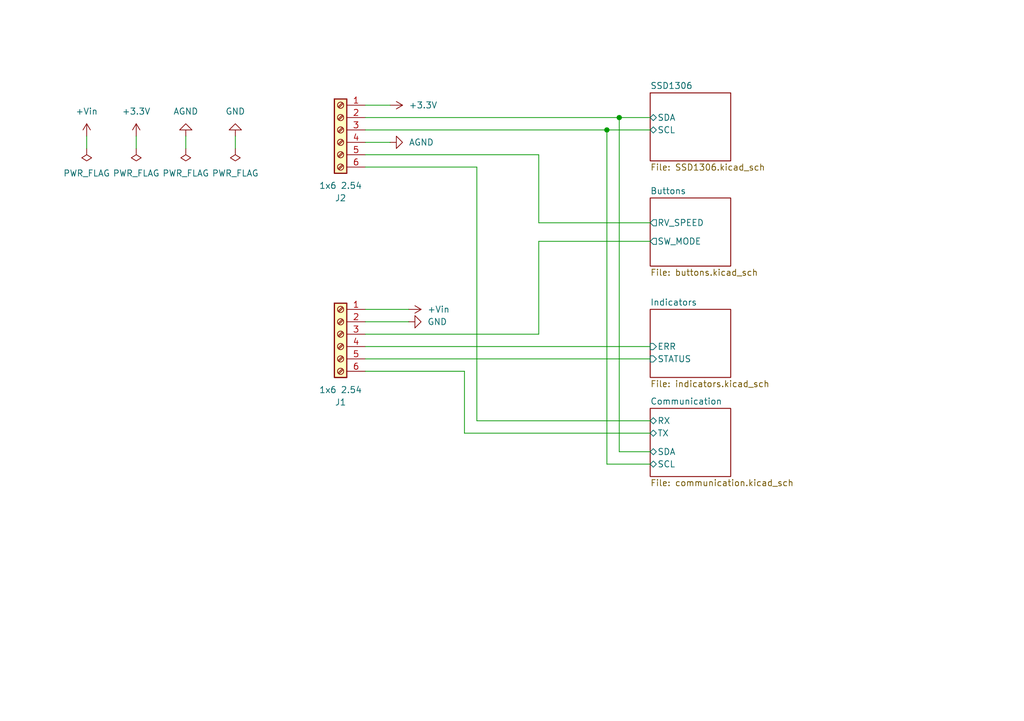
<source format=kicad_sch>
(kicad_sch (version 20250114) (generator "eeschema") (generator_version "9.0")
  (paper "A5")
  (lib_symbols
    (symbol "Connector:Screw_Terminal_01x06" (pin_names (offset 1.016) (hide yes))
      (property "Reference" "J" (at 0 7.62 0))
      (property "Value" "Screw_Terminal_01x06" (at 0 -10.16 0))
      (symbol "Screw_Terminal_01x06_1_1"
        (rectangle (start -1.27 6.35) (end 1.27 -8.89) (stroke (width 0.254)) (fill (type background)))
        (polyline (pts (xy -0.5334 5.4102) (xy 0.3302 4.572)) (stroke (width 0.1524)))
        (polyline (pts (xy -0.5334 2.8702) (xy 0.3302 2.032)) (stroke (width 0.1524)))
        (polyline (pts (xy -0.5334 0.3302) (xy 0.3302 -0.508)) (stroke (width 0.1524)))
        (polyline (pts (xy -0.5334 -2.2098) (xy 0.3302 -3.048)) (stroke (width 0.1524)))
        (polyline (pts (xy -0.5334 -4.7498) (xy 0.3302 -5.588)) (stroke (width 0.1524)))
        (polyline (pts (xy -0.5334 -7.2898) (xy 0.3302 -8.128)) (stroke (width 0.1524)))
        (polyline (pts (xy -0.3556 5.588) (xy 0.508 4.7498)) (stroke (width 0.1524)))
        (polyline (pts (xy -0.3556 3.048) (xy 0.508 2.2098)) (stroke (width 0.1524)))
        (polyline (pts (xy -0.3556 0.508) (xy 0.508 -0.3302)) (stroke (width 0.1524)))
        (polyline (pts (xy -0.3556 -2.032) (xy 0.508 -2.8702)) (stroke (width 0.1524)))
        (polyline (pts (xy -0.3556 -4.572) (xy 0.508 -5.4102)) (stroke (width 0.1524)))
        (polyline (pts (xy -0.3556 -7.112) (xy 0.508 -7.9502)) (stroke (width 0.1524)))
        (circle (center 0 5.08) (radius 0.635) (stroke (width 0.1524)))
        (circle (center 0 2.54) (radius 0.635) (stroke (width 0.1524)))
        (circle (center 0 0) (radius 0.635) (stroke (width 0.1524)))
        (circle (center 0 -2.54) (radius 0.635) (stroke (width 0.1524)))
        (circle (center 0 -5.08) (radius 0.635) (stroke (width 0.1524)))
        (circle (center 0 -7.62) (radius 0.635) (stroke (width 0.1524)))
        (pin passive line (at -5.08 5.08 0) (length 3.81) (name "Pin_1") (number "1"))
        (pin passive line (at -5.08 2.54 0) (length 3.81) (name "Pin_2") (number "2"))
        (pin passive line (at -5.08 0 0) (length 3.81) (name "Pin_3") (number "3"))
        (pin passive line (at -5.08 -2.54 0) (length 3.81) (name "Pin_4") (number "4"))
        (pin passive line (at -5.08 -5.08 0) (length 3.81) (name "Pin_5") (number "5"))
        (pin passive line (at -5.08 -7.62 0) (length 3.81) (name "Pin_6") (number "6"))
      )
    )
    (symbol "power:+5V" (power) (pin_numbers (hide yes)) (pin_names (offset 0) (hide yes))
      (property "Value" "+5V" (at 0 3.556 0))
      (symbol "+5V_0_1"
        (polyline (pts (xy -0.762 1.27) (xy 0 2.54)))
        (polyline (pts (xy 0 2.54) (xy 0.762 1.27)))
        (polyline (pts (xy 0 0) (xy 0 2.54)))
      )
      (symbol "+5V_1_1"
        (pin power_in line (at 0 0 90) (length 0) (name "~") (number "1"))
      )
    )
    (symbol "power:GND" (power) (pin_numbers (hide yes)) (pin_names (offset 0) (hide yes))
      (property "Value" "GND" (at 0 -3.81 0))
      (symbol "GND_0_1"
        (polyline (pts (xy 0 0) (xy 0 -1.27) (xy 1.27 -1.27) (xy 0 -2.54) (xy -1.27 -1.27) (xy 0 -1.27)))
      )
      (symbol "GND_1_1"
        (pin power_in line (at 0 0 270) (length 0) (name "~") (number "1"))
      )
    )
    (symbol "power:GND1" (power) (pin_numbers (hide yes)) (pin_names (offset 0) (hide yes))
      (property "Value" "GND1" (at 0 -3.81 0))
      (symbol "GND1_0_1"
        (polyline (pts (xy 0 0) (xy 0 -1.27) (xy 1.27 -1.27) (xy 0 -2.54) (xy -1.27 -1.27) (xy 0 -1.27)))
      )
      (symbol "GND1_1_1"
        (pin power_in line (at 0 0 270) (length 0) (name "~") (number "1"))
      )
    )
    (symbol "power:PWR_FLAG" (power) (pin_numbers (hide yes)) (pin_names (offset 0) (hide yes))
      (property "Value" "PWR_FLAG" (at 0 3.81 0))
      (symbol "PWR_FLAG_0_0"
        (pin power_out line (at 0 0 90) (length 0) (name "~") (number "1"))
      )
      (symbol "PWR_FLAG_0_1"
        (polyline (pts (xy 0 0) (xy 0 1.27) (xy -1.016 1.905) (xy 0 2.54) (xy 1.016 1.905) (xy 0 1.27)))
      )
    )
    (symbol "power:VCC" (power) (pin_numbers (hide yes)) (pin_names (offset 0) (hide yes))
      (property "Value" "VCC" (at 0 3.556 0))
      (symbol "VCC_0_1"
        (polyline (pts (xy -0.762 1.27) (xy 0 2.54)))
        (polyline (pts (xy 0 2.54) (xy 0.762 1.27)))
        (polyline (pts (xy 0 0) (xy 0 2.54)))
      )
      (symbol "VCC_1_1"
        (pin power_in line (at 0 0 90) (length 0) (name "~") (number "1"))
      )
    )
  )
  (junction (at 127 24.13))
  (junction (at 124.46 26.67))
  (wire (pts (xy 133.35 95.25) (xy 124.46 95.25)))
  (wire (pts (xy 127 92.71) (xy 133.35 92.71)))
  (wire (pts (xy 110.49 31.75) (xy 110.49 45.72)))
  (wire (pts (xy 110.49 68.58) (xy 110.49 49.53)))
  (wire (pts (xy 110.49 45.72) (xy 133.35 45.72)))
  (wire (pts (xy 74.93 63.5) (xy 83.82 63.5)))
  (wire (pts (xy 74.93 29.21) (xy 80.01 29.21)))
  (wire (pts (xy 17.78 27.94) (xy 17.78 30.48)))
  (wire (pts (xy 74.93 68.58) (xy 110.49 68.58)))
  (wire (pts (xy 74.93 26.67) (xy 124.46 26.67)))
  (wire (pts (xy 127 24.13) (xy 133.35 24.13)))
  (wire (pts (xy 74.93 66.04) (xy 83.82 66.04)))
  (wire (pts (xy 97.79 34.29) (xy 74.93 34.29)))
  (wire (pts (xy 133.35 88.9) (xy 95.25 88.9)))
  (wire (pts (xy 74.93 73.66) (xy 133.35 73.66)))
  (wire (pts (xy 124.46 26.67) (xy 124.46 95.25)))
  (wire (pts (xy 48.26 27.94) (xy 48.26 30.48)))
  (wire (pts (xy 74.93 21.59) (xy 80.01 21.59)))
  (wire (pts (xy 27.94 27.94) (xy 27.94 30.48)))
  (wire (pts (xy 133.35 86.36) (xy 97.79 86.36)))
  (wire (pts (xy 74.93 71.12) (xy 133.35 71.12)))
  (wire (pts (xy 74.93 31.75) (xy 110.49 31.75)))
  (wire (pts (xy 95.25 76.2) (xy 74.93 76.2)))
  (wire (pts (xy 127 92.71) (xy 127 24.13)))
  (wire (pts (xy 124.46 26.67) (xy 133.35 26.67)))
  (wire (pts (xy 38.1 27.94) (xy 38.1 30.48)))
  (wire (pts (xy 110.49 49.53) (xy 133.35 49.53)))
  (wire (pts (xy 97.79 86.36) (xy 97.79 34.29)))
  (wire (pts (xy 95.25 88.9) (xy 95.25 76.2)))
  (wire (pts (xy 74.93 24.13) (xy 127 24.13)))
  (symbol (lib_id "power:PWR_FLAG") (at 48.26 30.48 180) (unit 1)
    (property "Reference" "#FLG04" (effects (hide yes)))
    (property "Value" "PWR_FLAG" (at 48.26 35.56 0))
    (property "Description" "Special symbol for telling ERC where power comes from" (effects (hide yes)))
  )
  (symbol (lib_id "power:PWR_FLAG") (at 27.94 30.48 180) (unit 1)
    (property "Reference" "#FLG02" (effects (hide yes)))
    (property "Value" "PWR_FLAG" (at 27.94 35.56 0))
    (property "Description" "Special symbol for telling ERC where power comes from" (effects (hide yes)))
  )
  (symbol (lib_id "power:VCC") (at 17.78 27.94 0) (unit 1)
    (property "Reference" "#PWR018" (effects (hide yes)))
    (property "Value" "+Vin" (at 17.78 22.86 0))
    (property "Description" "Power symbol creates a global label with name \"VCC\"" (effects (hide yes)))
  )
  (symbol (lib_id "power:GND") (at 83.82 66.04 90) (unit 1)
    (property "Reference" "#PWR012" (effects (hide yes)))
    (property "Value" "GND" (at 87.63 66.0399 90) (effects (justify right)))
    (property "Description" "Power symbol creates a global label with name \"GND\" , ground" (effects (hide yes)))
  )
  (symbol (lib_id "power:PWR_FLAG") (at 38.1 30.48 180) (unit 1)
    (property "Reference" "#FLG03" (effects (hide yes)))
    (property "Value" "PWR_FLAG" (at 38.1 35.56 0))
    (property "Description" "Special symbol for telling ERC where power comes from" (effects (hide yes)))
  )
  (symbol (lib_id "power:VCC") (at 83.82 63.5 270) (unit 1)
    (property "Reference" "#PWR011" (effects (hide yes)))
    (property "Value" "+Vin" (at 87.63 63.4999 90) (effects (justify left)))
    (property "Description" "Power symbol creates a global label with name \"VCC\"" (effects (hide yes)))
  )
  (symbol (lib_id "power:+5V") (at 80.01 21.59 270) (unit 1)
    (property "Reference" "#PWR013" (effects (hide yes)))
    (property "Value" "+3.3V" (at 83.82 21.5899 90) (effects (justify left)))
    (property "Description" "Power symbol creates a global label with name \"+5V\"" (effects (hide yes)))
  )
  (symbol (lib_id "power:GND1") (at 80.01 29.21 90) (unit 1)
    (property "Reference" "#PWR014" (effects (hide yes)))
    (property "Value" "AGND" (at 83.82 29.2099 90) (effects (justify right)))
    (property "Description" "Power symbol creates a global label with name \"GND1\" , ground" (effects (hide yes)))
  )
  (symbol (lib_id "power:GND") (at 48.26 27.94 180) (unit 1)
    (property "Reference" "#PWR019" (effects (hide yes)))
    (property "Value" "GND" (at 48.26 22.86 0))
    (property "Description" "Power symbol creates a global label with name \"GND\" , ground" (effects (hide yes)))
  )
  (symbol (lib_id "power:+5V") (at 27.94 27.94 0) (unit 1)
    (property "Reference" "#PWR016" (effects (hide yes)))
    (property "Value" "+3.3V" (at 27.94 22.86 0))
    (property "Description" "Power symbol creates a global label with name \"+5V\"" (effects (hide yes)))
  )
  (symbol (lib_id "Connector:Screw_Terminal_01x06") (at 69.85 68.58 0) (mirror y) (unit 1)
    (property "Reference" "J1" (at 69.85 82.55 0))
    (property "Value" "1x6 2.54" (at 69.85 80.01 0))
    (property "Footprint" "Connector_PinHeader_2.54mm:PinHeader_1x06_P2.54mm_Vertical" (effects (hide yes)))
    (property "Description" "CUSTOM" (effects (hide yes)))
    (property "Manufacturer Part Number" "68000-420HLF" (effects (hide yes)))
    (property "Mouser number" "649-68000-420HLF" (effects (hide yes)))
  )
  (symbol (lib_id "power:PWR_FLAG") (at 17.78 30.48 180) (unit 1)
    (property "Reference" "#FLG01" (effects (hide yes)))
    (property "Value" "PWR_FLAG" (at 17.78 35.56 0))
    (property "Description" "Special symbol for telling ERC where power comes from" (effects (hide yes)))
  )
  (symbol (lib_id "power:GND1") (at 38.1 27.94 180) (unit 1)
    (property "Reference" "#PWR017" (effects (hide yes)))
    (property "Value" "AGND" (at 38.1 22.86 0))
    (property "Description" "Power symbol creates a global label with name \"GND1\" , ground" (effects (hide yes)))
  )
  (symbol (lib_id "Connector:Screw_Terminal_01x06") (at 69.85 26.67 0) (mirror y) (unit 1)
    (property "Reference" "J2" (at 69.85 40.64 0))
    (property "Value" "1x6 2.54" (at 69.85 38.1 0))
    (property "Footprint" "Connector_PinHeader_2.54mm:PinHeader_1x06_P2.54mm_Vertical" (effects (hide yes)))
    (property "Description" "CUSTOM" (effects (hide yes)))
    (property "Manufacturer Part Number" "68000-420HLF" (effects (hide yes)))
    (property "Mouser number" "649-68000-420HLF" (effects (hide yes)))
  )
  (sheet (at 133.35 19.05) (size 16.51 13.97) (stroke (width 0.1524))
    (property "Sheetname" "SSD1306" (at 133.35 18.3384 0) (effects (justify left bottom)))
    (property "Sheetfile" "SSD1306.kicad_sch" (at 133.35 33.6046 0) (effects (justify left top)))
    (pin "SDA" bidirectional (at 133.35 24.13 180))
    (pin "SCL" bidirectional (at 133.35 26.67 180))
  )
  (sheet (at 133.35 63.5) (size 16.51 13.97) (stroke (width 0.1524))
    (property "Sheetname" "Indicators" (at 133.35 62.7884 0) (effects (justify left bottom)))
    (property "Sheetfile" "indicators.kicad_sch" (at 133.35 78.0546 0) (effects (justify left top)))
    (pin "STATUS" input (at 133.35 73.66 180))
    (pin "ERR" input (at 133.35 71.12 180))
  )
  (sheet (at 133.35 40.64) (size 16.51 13.97) (stroke (width 0.1524))
    (property "Sheetname" "Buttons" (at 133.35 39.9284 0) (effects (justify left bottom)))
    (property "Sheetfile" "buttons.kicad_sch" (at 133.35 55.1946 0) (effects (justify left top)))
    (pin "RV_SPEED" output (at 133.35 45.72 180))
    (pin "SW_MODE" output (at 133.35 49.53 180))
  )
  (sheet (at 133.35 83.82) (size 16.51 13.97) (stroke (width 0.1524))
    (property "Sheetname" "Communication" (at 133.35 83.1084 0) (effects (justify left bottom)))
    (property "Sheetfile" "communication.kicad_sch" (at 133.35 98.3746 0) (effects (justify left top)))
    (pin "RX" bidirectional (at 133.35 86.36 180))
    (pin "SCL" bidirectional (at 133.35 95.25 180))
    (pin "SDA" bidirectional (at 133.35 92.71 180))
    (pin "TX" bidirectional (at 133.35 88.9 180))
  )
)
</source>
